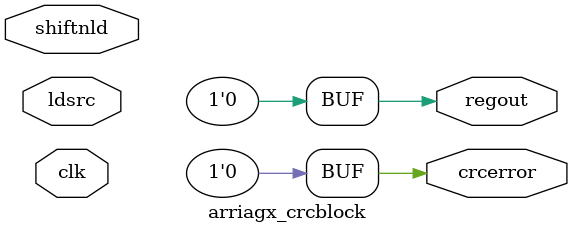
<source format=v>
module  arriagx_crcblock (
    clk,
    shiftnld,
   ldsrc,
    crcerror,
    regout);
input clk;
input shiftnld;
input ldsrc;
output crcerror;
output regout;
assign crcerror = 1'b0;
assign regout = 1'b0;
parameter oscillator_divider = 1;
parameter lpm_type = "arriagx_crcblock";
endmodule
</source>
